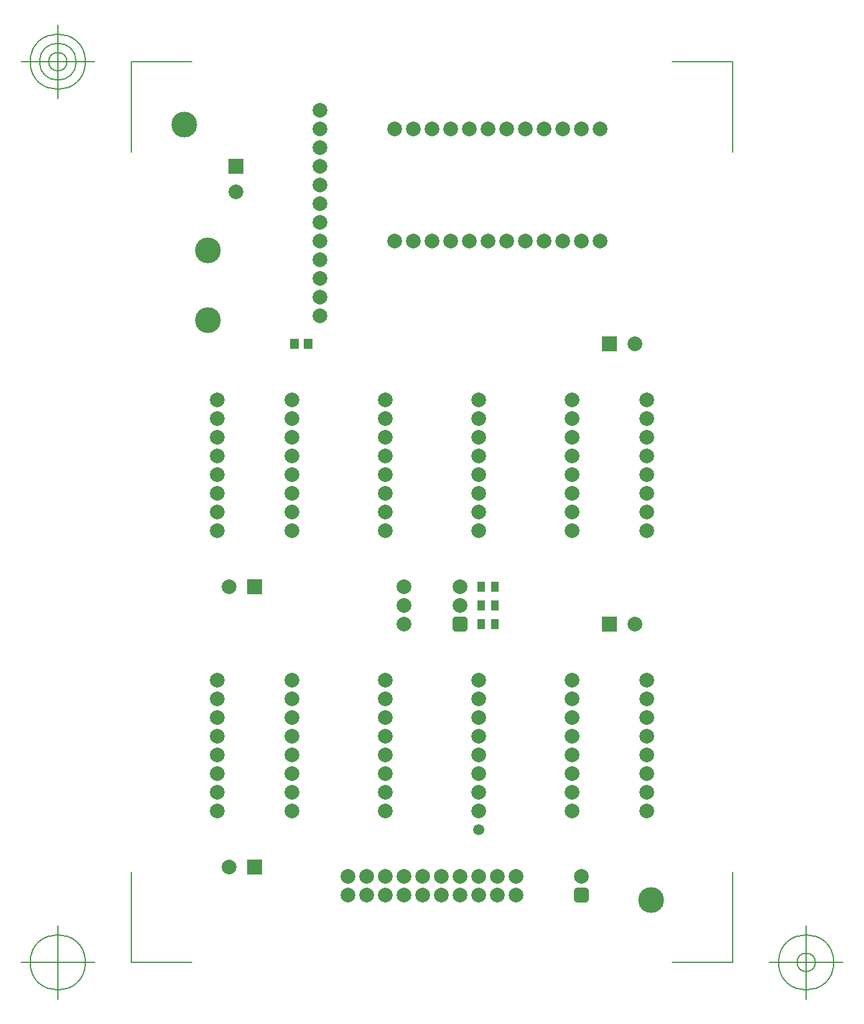
<source format=gbr>
G04 Generated by Ultiboard 14.1 *
%FSLAX33Y33*%
%MOMM*%

%ADD10C,0.001*%
%ADD11C,0.127*%
%ADD12C,2.000*%
%ADD13R,1.153X1.153*%
%ADD14C,0.847*%
%ADD15R,1.050X1.400*%
%ADD16R,1.150X1.450*%
%ADD17R,2.000X2.000*%
%ADD18C,3.500*%
%ADD19C,1.500*%
%ADD20R,1.005X1.005*%
%ADD21C,0.995*%


G04 ColorRGB FF00CC for the following layer *
%LNSolder Mask Top*%
%LPD*%
G54D10*
G54D11*
X-254Y-254D02*
X-254Y11989D01*
X-254Y-254D02*
X7925Y-254D01*
X81534Y-254D02*
X73355Y-254D01*
X81534Y-254D02*
X81534Y11989D01*
X81534Y122174D02*
X81534Y109931D01*
X81534Y122174D02*
X73355Y122174D01*
X-254Y122174D02*
X7925Y122174D01*
X-254Y122174D02*
X-254Y109931D01*
X-5254Y-254D02*
X-15254Y-254D01*
X-10254Y-5254D02*
X-10254Y4746D01*
X-14004Y-254D02*
G75*
D01*
G02X-14004Y-254I3750J0*
G01*
X86534Y-254D02*
X96534Y-254D01*
X91534Y-5254D02*
X91534Y4746D01*
X87784Y-254D02*
G75*
D01*
G02X87784Y-254I3750J0*
G01*
X90284Y-254D02*
G75*
D01*
G02X90284Y-254I1250J0*
G01*
X-5254Y122174D02*
X-15254Y122174D01*
X-10254Y117174D02*
X-10254Y127174D01*
X-14004Y122174D02*
G75*
D01*
G02X-14004Y122174I3750J0*
G01*
X-12754Y122174D02*
G75*
D01*
G02X-12754Y122174I2500J0*
G01*
X-11504Y122174D02*
G75*
D01*
G02X-11504Y122174I1250J0*
G01*
G54D12*
X36830Y45720D03*
X36830Y48260D03*
X44450Y48260D03*
X36830Y50800D03*
X44450Y50800D03*
X68270Y83820D03*
X68270Y45720D03*
X25400Y87630D03*
X25400Y90170D03*
X25400Y92710D03*
X25400Y95250D03*
X25400Y97790D03*
X25400Y100330D03*
X25400Y102870D03*
X25400Y113030D03*
X25400Y110490D03*
X25400Y107950D03*
X25400Y105410D03*
X25400Y115570D03*
X55880Y113030D03*
X58420Y113030D03*
X60960Y113030D03*
X63500Y113030D03*
X35560Y97790D03*
X38100Y97790D03*
X40640Y97790D03*
X43180Y97790D03*
X45720Y97790D03*
X48260Y97790D03*
X50800Y97790D03*
X53340Y97790D03*
X55880Y97790D03*
X58420Y97790D03*
X60960Y97790D03*
X63500Y97790D03*
X35560Y113030D03*
X38100Y113030D03*
X40640Y113030D03*
X43180Y113030D03*
X45720Y113030D03*
X48260Y113030D03*
X50800Y113030D03*
X53340Y113030D03*
X29210Y8890D03*
X31750Y8890D03*
X34290Y8890D03*
X36830Y8890D03*
X39370Y8890D03*
X41910Y8890D03*
X44450Y8890D03*
X46990Y8890D03*
X49530Y8890D03*
X52070Y8890D03*
X29210Y11430D03*
X31750Y11430D03*
X34290Y11430D03*
X36830Y11430D03*
X39370Y11430D03*
X41910Y11430D03*
X44450Y11430D03*
X46990Y11430D03*
X49530Y11430D03*
X52070Y11430D03*
X69850Y20320D03*
X69850Y22860D03*
X69850Y25400D03*
X69850Y27940D03*
X69850Y30480D03*
X69850Y33020D03*
X69850Y35560D03*
X69850Y38100D03*
X11430Y20320D03*
X11430Y22860D03*
X11430Y25400D03*
X11430Y27940D03*
X11430Y30480D03*
X11430Y33020D03*
X11430Y35560D03*
X11430Y38100D03*
X11430Y63500D03*
X11430Y76200D03*
X11430Y73660D03*
X11430Y66040D03*
X11430Y60960D03*
X11430Y58420D03*
X11430Y68580D03*
X11430Y71120D03*
X69850Y58420D03*
X69850Y73660D03*
X69850Y76200D03*
X69850Y66040D03*
X69850Y63500D03*
X69850Y71120D03*
X69850Y68580D03*
X69850Y60960D03*
X60960Y11430D03*
X46990Y58420D03*
X59690Y58420D03*
X46990Y60960D03*
X59690Y60960D03*
X46990Y63500D03*
X59690Y63500D03*
X46990Y66040D03*
X59690Y66040D03*
X46990Y68580D03*
X59690Y68580D03*
X46990Y71120D03*
X59690Y71120D03*
X46990Y73660D03*
X59690Y73660D03*
X46990Y76200D03*
X59690Y76200D03*
X21590Y58420D03*
X34290Y58420D03*
X21590Y60960D03*
X34290Y60960D03*
X21590Y63500D03*
X34290Y63500D03*
X21590Y66040D03*
X34290Y66040D03*
X21590Y68580D03*
X34290Y68580D03*
X21590Y71120D03*
X34290Y71120D03*
X21590Y73660D03*
X34290Y73660D03*
X21590Y76200D03*
X34290Y76200D03*
X46990Y20320D03*
X59690Y20320D03*
X46990Y22860D03*
X59690Y22860D03*
X46990Y25400D03*
X59690Y25400D03*
X46990Y27940D03*
X59690Y27940D03*
X46990Y30480D03*
X59690Y30480D03*
X46990Y33020D03*
X59690Y33020D03*
X46990Y35560D03*
X59690Y35560D03*
X46990Y38100D03*
X59690Y38100D03*
X21590Y20320D03*
X34290Y20320D03*
X21590Y22860D03*
X34290Y22860D03*
X21590Y25400D03*
X34290Y25400D03*
X21590Y27940D03*
X34290Y27940D03*
X21590Y30480D03*
X34290Y30480D03*
X21590Y33020D03*
X34290Y33020D03*
X21590Y35560D03*
X34290Y35560D03*
X21590Y38100D03*
X34290Y38100D03*
X13010Y50800D03*
X13010Y12700D03*
X13970Y104450D03*
G54D13*
X44450Y45720D03*
G54D14*
X43874Y45144D02*
X45026Y45144D01*
X45026Y46296D01*
X43874Y46296D01*
X43874Y45144D01*D02*
G54D15*
X47310Y45720D03*
X49210Y45720D03*
X47310Y48260D03*
X49210Y48260D03*
X47310Y50800D03*
X49210Y50800D03*
G54D16*
X21960Y83820D03*
X23760Y83820D03*
G54D17*
X64770Y83820D03*
X64770Y45720D03*
X16510Y50800D03*
X16510Y12700D03*
X13970Y107950D03*
G54D18*
X70485Y8255D03*
X6985Y113665D03*
X10160Y87000D03*
X10160Y96520D03*
G54D19*
X46990Y17780D03*
G54D20*
X60960Y8890D03*
G54D21*
X60458Y8388D02*
X61462Y8388D01*
X61462Y9392D01*
X60458Y9392D01*
X60458Y8388D01*D02*

M02*

</source>
